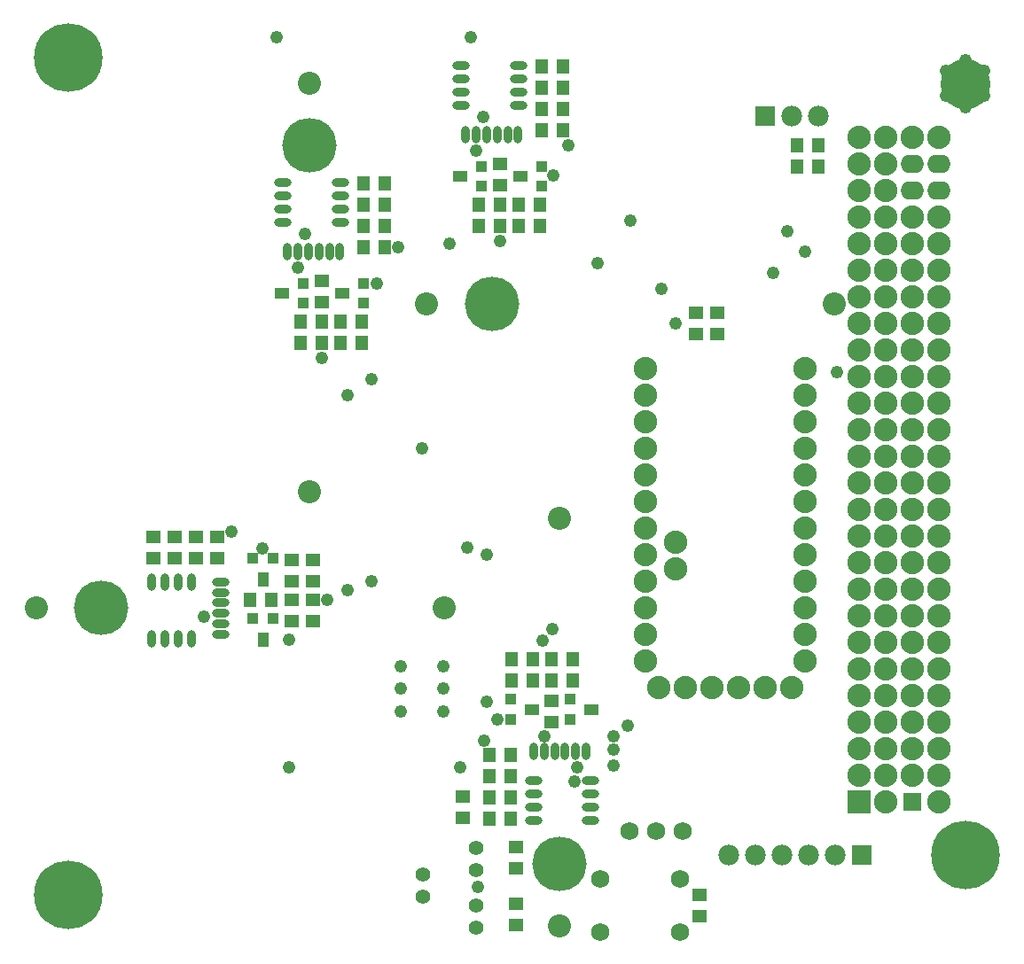
<source format=gts>
%FSDAX24Y24*%
%MOIN*%
%SFA1B1*%

%IPPOS*%
%ADD45R,0.048000X0.058000*%
%ADD46R,0.058000X0.048000*%
%ADD47O,0.031600X0.065100*%
%ADD48R,0.058000X0.044000*%
%ADD49R,0.044000X0.044000*%
%ADD50O,0.065100X0.031600*%
%ADD51R,0.044000X0.058000*%
%ADD52R,0.044000X0.044000*%
%ADD53C,0.068000*%
%ADD54R,0.068000X0.068000*%
%ADD55C,0.088000*%
%ADD56O,0.088000X0.068000*%
%ADD57R,0.088000X0.088000*%
%ADD58C,0.078000*%
%ADD59R,0.078000X0.078000*%
%ADD60C,0.055200*%
%ADD61C,0.048000*%
%ADD62C,0.188000*%
%ADD63C,0.258000*%
%ADD64C,0.086700*%
%ADD65C,0.204900*%
%LNrwsv3-1*%
%LPD*%
G54D45*
X068190Y042050D03*
X067390D03*
X068190Y041250D03*
X067390D03*
X068190Y042850D03*
X067390D03*
X061490Y037650D03*
X060690D03*
X061490Y036850D03*
X060690D03*
X061490Y038450D03*
X060690D03*
X065413Y014550D03*
X066213D03*
X065413Y015350D03*
X066213D03*
X065413Y016150D03*
X066213D03*
X068190Y040450D03*
X067390D03*
X065840Y036850D03*
X065040D03*
Y037650D03*
X065840D03*
X067340D03*
X066540D03*
Y036850D03*
X067340D03*
X061490Y036050D03*
X060690D03*
X059140Y032450D03*
X058340D03*
Y033250D03*
X059140D03*
X060640D03*
X059840D03*
Y032450D03*
X060640D03*
X057240Y022800D03*
X056440D03*
X065413Y016950D03*
X066213D03*
X068563Y019750D03*
X067763D03*
Y020550D03*
X068563D03*
X066263Y019750D03*
X067063D03*
Y020550D03*
X066263D03*
X076990Y039900D03*
X077790D03*
X076990Y039100D03*
X077790D03*
G54D46*
X053590Y025150D03*
Y024350D03*
X054390Y025150D03*
Y024350D03*
X052790Y025150D03*
Y024350D03*
X065840Y038400D03*
Y039200D03*
X059140Y034000D03*
Y034800D03*
X055190Y025150D03*
Y024350D03*
X058790Y022800D03*
Y022000D03*
X057990D03*
Y022800D03*
Y024300D03*
Y023500D03*
X058790D03*
Y024300D03*
X067763Y019000D03*
Y018200D03*
X073340Y011700D03*
Y010900D03*
X073190Y032800D03*
Y033600D03*
X073990Y032800D03*
Y033600D03*
X066440Y010550D03*
Y011350D03*
Y012700D03*
Y013500D03*
X064440Y014600D03*
Y015400D03*
G54D47*
X064540Y040300D03*
X064934D03*
X065327D03*
X065721D03*
X066115D03*
X066508D03*
X057840Y035900D03*
X058234D03*
X058627D03*
X059021D03*
X059415D03*
X059809D03*
X054240Y023473D03*
X053740D03*
X053240D03*
X052740D03*
X054240Y021327D03*
X053740D03*
X053240D03*
X052740D03*
X069063Y017100D03*
X068669D03*
X068275D03*
X067882D03*
X067488D03*
X067094D03*
G54D48*
X066590Y038730D03*
X064340D03*
X059890Y034330D03*
X057640D03*
X069263Y018670D03*
X067013D03*
G54D49*
X067390Y039100D03*
Y038350D03*
X065140Y039100D03*
Y038350D03*
X060690Y034700D03*
Y033950D03*
X058440Y034700D03*
Y033950D03*
X068463Y018300D03*
Y019050D03*
X066213Y018300D03*
Y019050D03*
G54D50*
X066513Y041400D03*
Y041900D03*
Y042400D03*
Y042900D03*
X064367Y041400D03*
Y041900D03*
Y042400D03*
Y042900D03*
X059813Y037000D03*
Y037500D03*
Y038000D03*
Y038500D03*
X057667Y037000D03*
Y037500D03*
Y038000D03*
Y038500D03*
X055340Y021500D03*
Y021894D03*
Y022287D03*
Y022681D03*
Y023075D03*
Y023468D03*
X067090Y016000D03*
Y015500D03*
Y015000D03*
Y014500D03*
X069236Y016000D03*
Y015500D03*
Y015000D03*
Y014500D03*
G54D51*
X056910Y023550D03*
Y021300D03*
G54D52*
X056540Y024350D03*
X057290D03*
X056540Y022100D03*
X057290D03*
G54D53*
X072590Y012300D03*
X069590D03*
X072590Y010300D03*
X069590D03*
X070690Y014100D03*
X071690D03*
X072690D03*
G54D54*
X081340Y015200D03*
G54D55*
X082340Y015200D03*
X081340Y016200D03*
X082340D03*
X081340Y017200D03*
X082340D03*
X081340Y018200D03*
X082340D03*
X081340Y019200D03*
X082340D03*
X081340Y020200D03*
X082340D03*
X081340Y021200D03*
X082340D03*
X081340Y022200D03*
X082340D03*
X081340Y023200D03*
X082340D03*
X081340Y024200D03*
X082340D03*
X081340Y025200D03*
X082340D03*
X081340Y026200D03*
X082340D03*
X081340Y027200D03*
X082340D03*
X081340Y028200D03*
X082340D03*
X081340Y029200D03*
X082340D03*
X081340Y030200D03*
X082340D03*
X081340Y031200D03*
X082340D03*
X081340Y032200D03*
X082340D03*
X081340Y033200D03*
X082340D03*
X081340Y034200D03*
X082340D03*
X081340Y035200D03*
X082340D03*
X081340Y036200D03*
X082340D03*
X081340Y037200D03*
X082340D03*
Y040200D03*
X081340D03*
X080340Y015200D03*
X079340Y016200D03*
X080340D03*
X079340Y017200D03*
X080340D03*
X079340Y018200D03*
X080340D03*
X079340Y019200D03*
X080340D03*
X079340Y020200D03*
X080340D03*
X079340Y021200D03*
X080340D03*
X079340Y022200D03*
X080340D03*
X079340Y023200D03*
X080340D03*
X079340Y024200D03*
X080340D03*
X079340Y025200D03*
X080340D03*
X079340Y026200D03*
X080340D03*
X079340Y027200D03*
X080340D03*
X079340Y028200D03*
X080340D03*
X079340Y029200D03*
X080340D03*
X079340Y030200D03*
X080340D03*
X079340Y031200D03*
X080340D03*
X079340Y032200D03*
X080340D03*
X079340Y033200D03*
X080340D03*
X079340Y034200D03*
X080340D03*
X079340Y035200D03*
X080340D03*
X079340Y036200D03*
X080340D03*
X079340Y037200D03*
X080340D03*
X079340Y038200D03*
X080340D03*
X079340Y039200D03*
X080340D03*
Y040200D03*
X079340D03*
X071790Y019500D03*
X072790D03*
X073790D03*
X074790D03*
X075790D03*
X076790D03*
X072440Y024950D03*
Y023950D03*
X071290Y031500D03*
Y030500D03*
Y029500D03*
Y028500D03*
Y027500D03*
Y026500D03*
Y025500D03*
Y024500D03*
Y023500D03*
Y022500D03*
Y021500D03*
Y020500D03*
X077290Y031500D03*
Y030500D03*
Y029500D03*
Y028500D03*
Y027500D03*
Y026500D03*
Y025500D03*
Y024500D03*
Y023500D03*
Y022500D03*
Y021500D03*
Y020500D03*
G54D56*
X081340Y038200D03*
X082340D03*
X081340Y039200D03*
X082340D03*
G54D57*
X079340Y015200D03*
G54D58*
X077440Y013200D03*
X078440D03*
X076440D03*
X075440D03*
X074440D03*
X076790Y041000D03*
X077790D03*
G54D59*
X079440Y013200D03*
X075790Y041000D03*
G54D60*
X062940Y011623D03*
Y012450D03*
X064940Y012623D03*
Y013450D03*
Y010473D03*
Y011300D03*
G54D61*
X083340Y041340D03*
Y043100D03*
X084040Y041750D03*
Y042700D03*
X082590Y041750D03*
Y042700D03*
X063690Y018600D03*
X062090D03*
X063690Y019450D03*
X062090D03*
Y020300D03*
X063690D03*
X067840Y038750D03*
X070740Y037050D03*
X070090Y016550D03*
X064990Y012000D03*
X062890Y028500D03*
X071890Y034500D03*
X072440Y033200D03*
X078490Y031350D03*
X063940Y036200D03*
X060990Y031100D03*
Y023500D03*
X065340Y018950D03*
Y024500D03*
X076090Y035100D03*
X069490Y035450D03*
X061990Y036050D03*
X076640Y036650D03*
X064590Y024750D03*
X070090Y017150D03*
X060090Y023150D03*
Y030500D03*
X077290Y035900D03*
X057890Y016500D03*
X064340D03*
X068740D03*
X068640Y015950D03*
X057890Y021300D03*
X057438Y043948D03*
X058240Y035300D03*
X064740Y043950D03*
X064934Y039694D03*
X056901Y024745D03*
X070640Y018050D03*
X070090Y017650D03*
X067790Y021700D03*
X067413Y021250D03*
X067490Y017650D03*
X059140Y031900D03*
X061190Y034700D03*
X058490Y036550D03*
X068390Y039900D03*
X065840Y036300D03*
X065190Y040950D03*
X055740Y025350D03*
X059340Y022800D03*
X054690Y022150D03*
X065213Y017500D03*
X065713Y018300D03*
X082540Y012700D03*
Y013700D03*
X084140Y012700D03*
Y013700D03*
X083340Y012250D03*
Y014150D03*
X048790Y011200D03*
Y012200D03*
X050390Y011200D03*
Y012200D03*
X049590Y010750D03*
Y012650D03*
X048790Y042690D03*
Y043690D03*
X050390Y042690D03*
Y043690D03*
X049590Y042240D03*
Y044140D03*
G54D62*
X083340Y042200D03*
G54D63*
X049590Y043200D03*
Y011700D03*
X083340Y013200D03*
G54D64*
X068074Y010523D03*
Y025877D03*
X078405Y033928D03*
X063051D03*
X058673Y042220D03*
Y026865D03*
X048377Y022495D03*
X063732D03*
G54D65*
X050840Y022495D03*
X058673Y039900D03*
X065540Y033928D03*
X068074Y012850D03*
M02*
</source>
